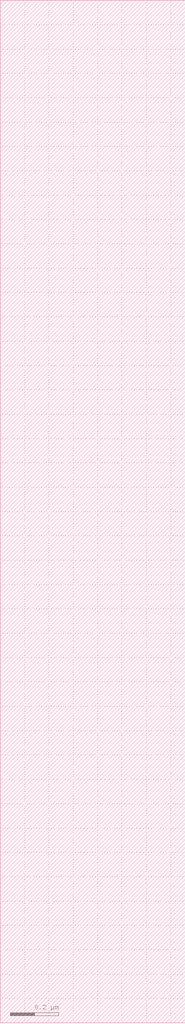
<source format=lef>
VERSION 5.6 ;
BUSBITCHARS "[]" ;
DIVIDERCHAR "/" ;

SITE DoubleHeightSite
  SYMMETRY X Y ;
  CLASS core ;
  SIZE 0.19 BY 2.8 ;
END DoubleHeightSite


SITE TripleHeightSite
  SYMMETRY Y ;
  CLASS core ;
  SIZE 0.19 BY 4.2 ;
END TripleHeightSite

MACRO MOCK_SINGLE
  CLASS CORE ;
  ORIGIN 0 0 ;
  FOREIGN AND2_X1 0 0 ;
  SIZE 0.76 BY 1.4 ;
  SYMMETRY X Y ;
  SITE FreePDK45_38x28_10R_NP_162NW_34O ;
  PROPERTY LEF58_EDGETYPE "
    EDGETYPE LEFT VERTICAL_EDGE_1 ;
    EDGETYPE RIGHT VERTICAL_EDGE_1 ; " ;
  PIN A1 
  END A1
  PIN A2 
  END A2
  PIN ZN 
  END ZN
  PIN VDD 
  END VDD
  PIN VSS 
  END VSS
END MOCK_SINGLE

MACRO MOCK_DOUBLE
  CLASS CORE ;
  ORIGIN 0 0 ;
  FOREIGN AND2_X1 0 0 ;
  SIZE 0.76 BY 2.8 ;
  SYMMETRY X Y ;
  SITE DoubleHeightSite ;
  PROPERTY LEF58_EDGETYPE "
    EDGETYPE LEFT VERTICAL_EDGE_1 CELLROW 1 ;
    EDGETYPE LEFT VERTICAL_EDGE_2 CELLROW 2 ;
    EDGETYPE RIGHT VERTICAL_EDGE_1 CELLROW 1 ;
    EDGETYPE RIGHT VERTICAL_EDGE_2 CELLROW 2 ; " ;
  PIN A1 
  END A1
  PIN A2 
  END A2
  PIN ZN 
  END ZN
  PIN VDD 
  END VDD
  PIN VSS 
  END VSS
END MOCK_DOUBLE

MACRO MOCK_TRIPLE
  CLASS CORE ;
  ORIGIN 0 0 ;
  FOREIGN AND2_X1 0 0 ;
  SIZE 0.76 BY 4.2 ;
  SYMMETRY X Y ;
  SITE TripleHeightSite ;
  PIN A1 
  END A1
  PIN A2 
  END A2
  PIN ZN 
  END ZN
  PIN VDD 
  END VDD
  PIN VSS 
  END VSS
END MOCK_TRIPLE

</source>
